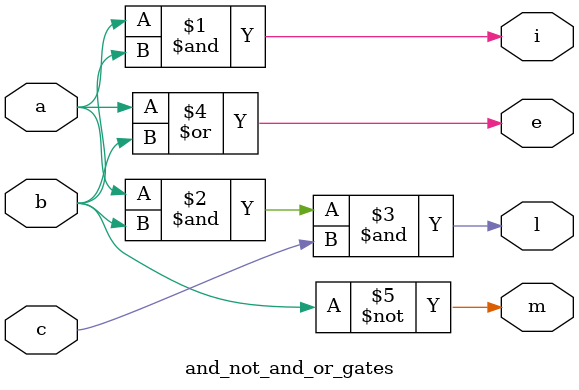
<source format=v>
module and_not_and_or_gates (output i, m, l, e, input a, b, c);
  and (i, a,b);   // i= ignition is the output, a and b are inputs
  not (m, b);  // m = motor is the output, b are inputs
  and (l, a, b, c);  // l= remote * locked is the output, a and b, c are inputs
  or  (e,  a, b);  //r = or(engine) is the output , a and b are inputs
endmodule
</source>
